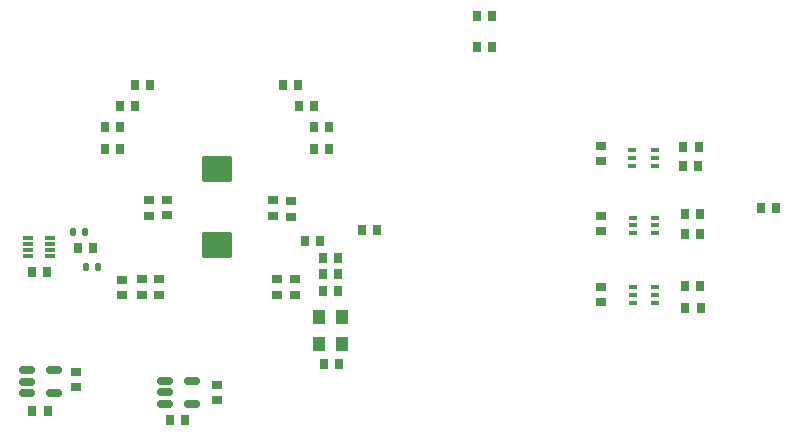
<source format=gbr>
%TF.GenerationSoftware,KiCad,Pcbnew,(6.0.8-1)-1*%
%TF.CreationDate,2022-10-04T16:18:19-04:00*%
%TF.ProjectId,bitaxePro,62697461-7865-4507-926f-2e6b69636164,rev?*%
%TF.SameCoordinates,Original*%
%TF.FileFunction,Paste,Top*%
%TF.FilePolarity,Positive*%
%FSLAX46Y46*%
G04 Gerber Fmt 4.6, Leading zero omitted, Abs format (unit mm)*
G04 Created by KiCad (PCBNEW (6.0.8-1)-1) date 2022-10-04 16:18:19*
%MOMM*%
%LPD*%
G01*
G04 APERTURE LIST*
G04 Aperture macros list*
%AMRoundRect*
0 Rectangle with rounded corners*
0 $1 Rounding radius*
0 $2 $3 $4 $5 $6 $7 $8 $9 X,Y pos of 4 corners*
0 Add a 4 corners polygon primitive as box body*
4,1,4,$2,$3,$4,$5,$6,$7,$8,$9,$2,$3,0*
0 Add four circle primitives for the rounded corners*
1,1,$1+$1,$2,$3*
1,1,$1+$1,$4,$5*
1,1,$1+$1,$6,$7*
1,1,$1+$1,$8,$9*
0 Add four rect primitives between the rounded corners*
20,1,$1+$1,$2,$3,$4,$5,0*
20,1,$1+$1,$4,$5,$6,$7,0*
20,1,$1+$1,$6,$7,$8,$9,0*
20,1,$1+$1,$8,$9,$2,$3,0*%
G04 Aperture macros list end*
%ADD10R,0.650000X0.400000*%
%ADD11R,0.900000X0.700000*%
%ADD12RoundRect,0.135000X-0.135000X-0.185000X0.135000X-0.185000X0.135000X0.185000X-0.135000X0.185000X0*%
%ADD13R,0.700000X0.900000*%
%ADD14RoundRect,0.150000X-0.512500X-0.150000X0.512500X-0.150000X0.512500X0.150000X-0.512500X0.150000X0*%
%ADD15R,0.850000X0.300000*%
%ADD16RoundRect,0.250000X-1.025000X0.875000X-1.025000X-0.875000X1.025000X-0.875000X1.025000X0.875000X0*%
%ADD17R,1.100000X1.300000*%
%ADD18RoundRect,0.135000X0.135000X0.185000X-0.135000X0.185000X-0.135000X-0.185000X0.135000X-0.185000X0*%
G04 APERTURE END LIST*
D10*
%TO.C,U3*%
X124370000Y-82280000D03*
X124370000Y-82930000D03*
X124370000Y-83580000D03*
X126270000Y-83580000D03*
X126270000Y-82930000D03*
X126270000Y-82280000D03*
%TD*%
%TO.C,U1*%
X124390000Y-76390000D03*
X124390000Y-77040000D03*
X124390000Y-77690000D03*
X126290000Y-77690000D03*
X126290000Y-77040000D03*
X126290000Y-76390000D03*
%TD*%
%TO.C,U4*%
X124350000Y-70680000D03*
X124350000Y-71330000D03*
X124350000Y-71980000D03*
X126250000Y-71980000D03*
X126250000Y-71330000D03*
X126250000Y-70680000D03*
%TD*%
D11*
%TO.C,C23*%
X121720000Y-76240000D03*
X121720000Y-77540000D03*
%TD*%
%TO.C,C7*%
X83420000Y-74920000D03*
X83420000Y-76220000D03*
%TD*%
D12*
%TO.C,R8*%
X77000000Y-77610000D03*
X78020000Y-77610000D03*
%TD*%
D13*
%TO.C,R10*%
X111160000Y-59300000D03*
X112460000Y-59300000D03*
%TD*%
%TO.C,C1*%
X99500000Y-88750000D03*
X98200000Y-88750000D03*
%TD*%
%TO.C,R5*%
X102740000Y-77460000D03*
X101440000Y-77460000D03*
%TD*%
%TO.C,C3*%
X98690000Y-68730000D03*
X97390000Y-68730000D03*
%TD*%
D11*
%TO.C,C22*%
X89140000Y-90530000D03*
X89140000Y-91830000D03*
%TD*%
D14*
%TO.C,U5*%
X73082500Y-89330000D03*
X73082500Y-90280000D03*
X73082500Y-91230000D03*
X75357500Y-91230000D03*
X75357500Y-89330000D03*
%TD*%
D11*
%TO.C,R6*%
X81100000Y-81630000D03*
X81100000Y-82930000D03*
%TD*%
D14*
%TO.C,U6*%
X84782500Y-90230000D03*
X84782500Y-91180000D03*
X84782500Y-92130000D03*
X87057500Y-92130000D03*
X87057500Y-90230000D03*
%TD*%
D15*
%TO.C,U8*%
X75060000Y-79620000D03*
X75060000Y-79120000D03*
X75060000Y-78620000D03*
X75060000Y-78120000D03*
X73160000Y-78120000D03*
X73160000Y-78620000D03*
X73160000Y-79120000D03*
X73160000Y-79620000D03*
%TD*%
D11*
%TO.C,C4*%
X94260000Y-82910000D03*
X94260000Y-81610000D03*
%TD*%
D13*
%TO.C,C12*%
X83550000Y-65180000D03*
X82250000Y-65180000D03*
%TD*%
%TO.C,C31*%
X128660000Y-70410000D03*
X129960000Y-70410000D03*
%TD*%
%TO.C,C26*%
X128810000Y-77780000D03*
X130110000Y-77780000D03*
%TD*%
%TO.C,C15*%
X82260000Y-66980000D03*
X80960000Y-66980000D03*
%TD*%
%TO.C,R7*%
X136520000Y-75550000D03*
X135220000Y-75550000D03*
%TD*%
%TO.C,C32*%
X78670000Y-78950000D03*
X77370000Y-78950000D03*
%TD*%
D11*
%TO.C,C16*%
X84310000Y-82910000D03*
X84310000Y-81610000D03*
%TD*%
D13*
%TO.C,R3*%
X99440000Y-79780000D03*
X98140000Y-79780000D03*
%TD*%
%TO.C,C18*%
X79680000Y-70620000D03*
X80980000Y-70620000D03*
%TD*%
D11*
%TO.C,C25*%
X121730000Y-70290000D03*
X121730000Y-71590000D03*
%TD*%
%TO.C,C10*%
X93880000Y-74940000D03*
X93880000Y-76240000D03*
%TD*%
%TO.C,C11*%
X84970000Y-74910000D03*
X84970000Y-76210000D03*
%TD*%
%TO.C,C14*%
X82790000Y-82910000D03*
X82790000Y-81610000D03*
%TD*%
D16*
%TO.C,C13*%
X89200000Y-72300000D03*
X89200000Y-78700000D03*
%TD*%
D13*
%TO.C,C33*%
X74800000Y-80960000D03*
X73500000Y-80960000D03*
%TD*%
%TO.C,C29*%
X128810000Y-76050000D03*
X130110000Y-76050000D03*
%TD*%
%TO.C,C19*%
X73550000Y-92790000D03*
X74850000Y-92790000D03*
%TD*%
%TO.C,C6*%
X97390000Y-66970000D03*
X96090000Y-66970000D03*
%TD*%
D17*
%TO.C,U2*%
X99740000Y-87110000D03*
X99740000Y-84810000D03*
X97840000Y-84810000D03*
X97840000Y-87110000D03*
%TD*%
D13*
%TO.C,R11*%
X111160000Y-61950000D03*
X112460000Y-61950000D03*
%TD*%
%TO.C,R1*%
X96630000Y-78340000D03*
X97930000Y-78340000D03*
%TD*%
%TO.C,C2*%
X97390000Y-70590000D03*
X98690000Y-70590000D03*
%TD*%
%TO.C,C20*%
X85160000Y-93550000D03*
X86460000Y-93550000D03*
%TD*%
%TO.C,C27*%
X128810000Y-82160000D03*
X130110000Y-82160000D03*
%TD*%
D11*
%TO.C,C5*%
X95760000Y-82910000D03*
X95760000Y-81610000D03*
%TD*%
D13*
%TO.C,R2*%
X99450000Y-82600000D03*
X98150000Y-82600000D03*
%TD*%
%TO.C,C17*%
X80980000Y-68720000D03*
X79680000Y-68720000D03*
%TD*%
%TO.C,C30*%
X128830000Y-84040000D03*
X130130000Y-84040000D03*
%TD*%
%TO.C,C8*%
X96060000Y-65180000D03*
X94760000Y-65180000D03*
%TD*%
%TO.C,C28*%
X128620000Y-72060000D03*
X129920000Y-72060000D03*
%TD*%
D11*
%TO.C,C24*%
X121690000Y-82230000D03*
X121690000Y-83530000D03*
%TD*%
%TO.C,C21*%
X77230000Y-89440000D03*
X77230000Y-90740000D03*
%TD*%
D13*
%TO.C,R4*%
X99440000Y-81140000D03*
X98140000Y-81140000D03*
%TD*%
D11*
%TO.C,C9*%
X95470000Y-75000000D03*
X95470000Y-76300000D03*
%TD*%
D18*
%TO.C,R9*%
X79100000Y-80610000D03*
X78080000Y-80610000D03*
%TD*%
M02*

</source>
